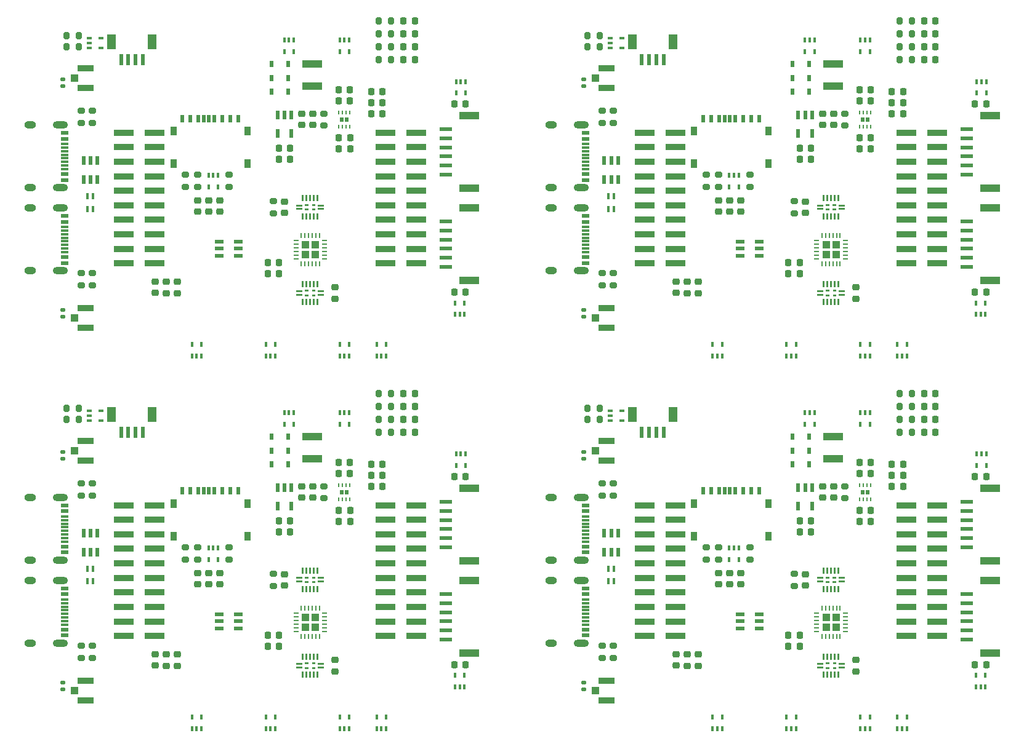
<source format=gtp>
%TF.GenerationSoftware,KiCad,Pcbnew,9.0.1*%
%TF.CreationDate,2025-04-10T15:07:41+01:00*%
%TF.ProjectId,SparkFun_GNSS_Flex_Breakout_panelized,53706172-6b46-4756-9e5f-474e53535f46,v01*%
%TF.SameCoordinates,Original*%
%TF.FileFunction,Paste,Top*%
%TF.FilePolarity,Positive*%
%FSLAX46Y46*%
G04 Gerber Fmt 4.6, Leading zero omitted, Abs format (unit mm)*
G04 Created by KiCad (PCBNEW 9.0.1) date 2025-04-10 15:07:41*
%MOMM*%
%LPD*%
G01*
G04 APERTURE LIST*
G04 Aperture macros list*
%AMRoundRect*
0 Rectangle with rounded corners*
0 $1 Rounding radius*
0 $2 $3 $4 $5 $6 $7 $8 $9 X,Y pos of 4 corners*
0 Add a 4 corners polygon primitive as box body*
4,1,4,$2,$3,$4,$5,$6,$7,$8,$9,$2,$3,0*
0 Add four circle primitives for the rounded corners*
1,1,$1+$1,$2,$3*
1,1,$1+$1,$4,$5*
1,1,$1+$1,$6,$7*
1,1,$1+$1,$8,$9*
0 Add four rect primitives between the rounded corners*
20,1,$1+$1,$2,$3,$4,$5,0*
20,1,$1+$1,$4,$5,$6,$7,0*
20,1,$1+$1,$6,$7,$8,$9,0*
20,1,$1+$1,$8,$9,$2,$3,0*%
G04 Aperture macros list end*
%ADD10C,0.000000*%
%ADD11RoundRect,0.250000X-0.295000X-0.295000X0.295000X-0.295000X0.295000X0.295000X-0.295000X0.295000X0*%
%ADD12RoundRect,0.056250X-0.315000X-0.056250X0.315000X-0.056250X0.315000X0.056250X-0.315000X0.056250X0*%
%ADD13RoundRect,0.056250X-0.056250X-0.315000X0.056250X-0.315000X0.056250X0.315000X-0.056250X0.315000X0*%
%ADD14RoundRect,0.225000X0.225000X0.250000X-0.225000X0.250000X-0.225000X-0.250000X0.225000X-0.250000X0*%
%ADD15R,0.300000X0.700000*%
%ADD16R,1.200000X0.550000*%
%ADD17R,0.550000X1.200000*%
%ADD18RoundRect,0.225000X-0.225000X-0.250000X0.225000X-0.250000X0.225000X0.250000X-0.225000X0.250000X0*%
%ADD19RoundRect,0.200000X0.200000X0.275000X-0.200000X0.275000X-0.200000X-0.275000X0.200000X-0.275000X0*%
%ADD20R,0.630000X0.830000*%
%ADD21R,2.750000X0.900000*%
%ADD22RoundRect,0.200000X-0.275000X0.200000X-0.275000X-0.200000X0.275000X-0.200000X0.275000X0.200000X0*%
%ADD23R,1.700000X0.600000*%
%ADD24R,2.700000X1.000000*%
%ADD25RoundRect,0.200000X-0.200000X-0.275000X0.200000X-0.275000X0.200000X0.275000X-0.200000X0.275000X0*%
%ADD26R,1.000000X0.300000*%
%ADD27R,1.000000X0.600000*%
%ADD28O,1.600000X1.000000*%
%ADD29O,2.100000X1.000000*%
%ADD30RoundRect,0.140000X0.170000X-0.140000X0.170000X0.140000X-0.170000X0.140000X-0.170000X-0.140000X0*%
%ADD31R,0.400000X0.900000*%
%ADD32RoundRect,0.225000X-0.250000X0.225000X-0.250000X-0.225000X0.250000X-0.225000X0.250000X0.225000X0*%
%ADD33RoundRect,0.218750X0.218750X0.256250X-0.218750X0.256250X-0.218750X-0.256250X0.218750X-0.256250X0*%
%ADD34RoundRect,0.225000X0.250000X-0.225000X0.250000X0.225000X-0.250000X0.225000X-0.250000X-0.225000X0*%
%ADD35R,2.800000X1.000000*%
%ADD36RoundRect,0.140000X-0.170000X0.140000X-0.170000X-0.140000X0.170000X-0.140000X0.170000X0.140000X0*%
%ADD37R,0.700000X0.300000*%
%ADD38RoundRect,0.200000X0.275000X-0.200000X0.275000X0.200000X-0.275000X0.200000X-0.275000X-0.200000X0*%
%ADD39R,0.270000X0.630000*%
%ADD40R,0.600000X1.550000*%
%ADD41R,1.200000X2.000000*%
%ADD42R,1.050000X1.000000*%
%ADD43R,2.200000X0.850000*%
%ADD44R,0.500000X1.000000*%
%ADD45R,0.950000X1.200000*%
G04 APERTURE END LIST*
D10*
%TO.C,U5*%
G36*
X38876000Y13144000D02*
G01*
X38626000Y13144000D01*
X38626000Y13994000D01*
X38876000Y13994000D01*
X38876000Y13144000D01*
G37*
G36*
X38676000Y12444000D02*
G01*
X37826000Y12444000D01*
X37826000Y12694000D01*
X38676000Y12694000D01*
X38676000Y12444000D01*
G37*
G36*
X38676000Y11944000D02*
G01*
X37826000Y11944000D01*
X37826000Y12194000D01*
X38676000Y12194000D01*
X38676000Y11944000D01*
G37*
G36*
X38876000Y10644000D02*
G01*
X38626000Y10644000D01*
X38626000Y11494000D01*
X38876000Y11494000D01*
X38876000Y10644000D01*
G37*
G36*
X39501000Y12519000D02*
G01*
X39051000Y12519000D01*
X39051000Y12769000D01*
X39501000Y12769000D01*
X39501000Y12519000D01*
G37*
G36*
X39501000Y11869000D02*
G01*
X39051000Y11869000D01*
X39051000Y12119000D01*
X39501000Y12119000D01*
X39501000Y11869000D01*
G37*
G36*
X39376000Y13144000D02*
G01*
X39126000Y13144000D01*
X39126000Y13994000D01*
X39376000Y13994000D01*
X39376000Y13144000D01*
G37*
G36*
X39376000Y10644000D02*
G01*
X39126000Y10644000D01*
X39126000Y11494000D01*
X39376000Y11494000D01*
X39376000Y10644000D01*
G37*
G36*
X39876000Y13144000D02*
G01*
X39626000Y13144000D01*
X39626000Y13994000D01*
X39876000Y13994000D01*
X39876000Y13144000D01*
G37*
G36*
X39876000Y10644000D02*
G01*
X39626000Y10644000D01*
X39626000Y11494000D01*
X39876000Y11494000D01*
X39876000Y10644000D01*
G37*
G36*
X40451000Y12519000D02*
G01*
X40001000Y12519000D01*
X40001000Y12769000D01*
X40451000Y12769000D01*
X40451000Y12519000D01*
G37*
G36*
X40451000Y11869000D02*
G01*
X40001000Y11869000D01*
X40001000Y12119000D01*
X40451000Y12119000D01*
X40451000Y11869000D01*
G37*
G36*
X40376000Y13144000D02*
G01*
X40126000Y13144000D01*
X40126000Y13994000D01*
X40376000Y13994000D01*
X40376000Y13144000D01*
G37*
G36*
X40376000Y10644000D02*
G01*
X40126000Y10644000D01*
X40126000Y11494000D01*
X40376000Y11494000D01*
X40376000Y10644000D01*
G37*
G36*
X40876000Y13144000D02*
G01*
X40626000Y13144000D01*
X40626000Y13994000D01*
X40876000Y13994000D01*
X40876000Y13144000D01*
G37*
G36*
X40876000Y10644000D02*
G01*
X40626000Y10644000D01*
X40626000Y11494000D01*
X40876000Y11494000D01*
X40876000Y10644000D01*
G37*
G36*
X41676000Y12444000D02*
G01*
X40826000Y12444000D01*
X40826000Y12694000D01*
X41676000Y12694000D01*
X41676000Y12444000D01*
G37*
G36*
X41676000Y11944000D02*
G01*
X40826000Y11944000D01*
X40826000Y12194000D01*
X41676000Y12194000D01*
X41676000Y11944000D01*
G37*
G36*
X110496000Y13144000D02*
G01*
X110246000Y13144000D01*
X110246000Y13994000D01*
X110496000Y13994000D01*
X110496000Y13144000D01*
G37*
G36*
X110296000Y12444000D02*
G01*
X109446000Y12444000D01*
X109446000Y12694000D01*
X110296000Y12694000D01*
X110296000Y12444000D01*
G37*
G36*
X110296000Y11944000D02*
G01*
X109446000Y11944000D01*
X109446000Y12194000D01*
X110296000Y12194000D01*
X110296000Y11944000D01*
G37*
G36*
X110496000Y10644000D02*
G01*
X110246000Y10644000D01*
X110246000Y11494000D01*
X110496000Y11494000D01*
X110496000Y10644000D01*
G37*
G36*
X111121000Y12519000D02*
G01*
X110671000Y12519000D01*
X110671000Y12769000D01*
X111121000Y12769000D01*
X111121000Y12519000D01*
G37*
G36*
X111121000Y11869000D02*
G01*
X110671000Y11869000D01*
X110671000Y12119000D01*
X111121000Y12119000D01*
X111121000Y11869000D01*
G37*
G36*
X110996000Y13144000D02*
G01*
X110746000Y13144000D01*
X110746000Y13994000D01*
X110996000Y13994000D01*
X110996000Y13144000D01*
G37*
G36*
X110996000Y10644000D02*
G01*
X110746000Y10644000D01*
X110746000Y11494000D01*
X110996000Y11494000D01*
X110996000Y10644000D01*
G37*
G36*
X111496000Y13144000D02*
G01*
X111246000Y13144000D01*
X111246000Y13994000D01*
X111496000Y13994000D01*
X111496000Y13144000D01*
G37*
G36*
X111496000Y10644000D02*
G01*
X111246000Y10644000D01*
X111246000Y11494000D01*
X111496000Y11494000D01*
X111496000Y10644000D01*
G37*
G36*
X112071000Y12519000D02*
G01*
X111621000Y12519000D01*
X111621000Y12769000D01*
X112071000Y12769000D01*
X112071000Y12519000D01*
G37*
G36*
X112071000Y11869000D02*
G01*
X111621000Y11869000D01*
X111621000Y12119000D01*
X112071000Y12119000D01*
X112071000Y11869000D01*
G37*
G36*
X111996000Y13144000D02*
G01*
X111746000Y13144000D01*
X111746000Y13994000D01*
X111996000Y13994000D01*
X111996000Y13144000D01*
G37*
G36*
X111996000Y10644000D02*
G01*
X111746000Y10644000D01*
X111746000Y11494000D01*
X111996000Y11494000D01*
X111996000Y10644000D01*
G37*
G36*
X112496000Y13144000D02*
G01*
X112246000Y13144000D01*
X112246000Y13994000D01*
X112496000Y13994000D01*
X112496000Y13144000D01*
G37*
G36*
X112496000Y10644000D02*
G01*
X112246000Y10644000D01*
X112246000Y11494000D01*
X112496000Y11494000D01*
X112496000Y10644000D01*
G37*
G36*
X113296000Y12444000D02*
G01*
X112446000Y12444000D01*
X112446000Y12694000D01*
X113296000Y12694000D01*
X113296000Y12444000D01*
G37*
G36*
X113296000Y11944000D02*
G01*
X112446000Y11944000D01*
X112446000Y12194000D01*
X113296000Y12194000D01*
X113296000Y11944000D01*
G37*
G36*
X110496000Y64444000D02*
G01*
X110246000Y64444000D01*
X110246000Y65294000D01*
X110496000Y65294000D01*
X110496000Y64444000D01*
G37*
G36*
X110296000Y63744000D02*
G01*
X109446000Y63744000D01*
X109446000Y63994000D01*
X110296000Y63994000D01*
X110296000Y63744000D01*
G37*
G36*
X110296000Y63244000D02*
G01*
X109446000Y63244000D01*
X109446000Y63494000D01*
X110296000Y63494000D01*
X110296000Y63244000D01*
G37*
G36*
X110496000Y61944000D02*
G01*
X110246000Y61944000D01*
X110246000Y62794000D01*
X110496000Y62794000D01*
X110496000Y61944000D01*
G37*
G36*
X111121000Y63819000D02*
G01*
X110671000Y63819000D01*
X110671000Y64069000D01*
X111121000Y64069000D01*
X111121000Y63819000D01*
G37*
G36*
X111121000Y63169000D02*
G01*
X110671000Y63169000D01*
X110671000Y63419000D01*
X111121000Y63419000D01*
X111121000Y63169000D01*
G37*
G36*
X110996000Y64444000D02*
G01*
X110746000Y64444000D01*
X110746000Y65294000D01*
X110996000Y65294000D01*
X110996000Y64444000D01*
G37*
G36*
X110996000Y61944000D02*
G01*
X110746000Y61944000D01*
X110746000Y62794000D01*
X110996000Y62794000D01*
X110996000Y61944000D01*
G37*
G36*
X111496000Y64444000D02*
G01*
X111246000Y64444000D01*
X111246000Y65294000D01*
X111496000Y65294000D01*
X111496000Y64444000D01*
G37*
G36*
X111496000Y61944000D02*
G01*
X111246000Y61944000D01*
X111246000Y62794000D01*
X111496000Y62794000D01*
X111496000Y61944000D01*
G37*
G36*
X112071000Y63819000D02*
G01*
X111621000Y63819000D01*
X111621000Y64069000D01*
X112071000Y64069000D01*
X112071000Y63819000D01*
G37*
G36*
X112071000Y63169000D02*
G01*
X111621000Y63169000D01*
X111621000Y63419000D01*
X112071000Y63419000D01*
X112071000Y63169000D01*
G37*
G36*
X111996000Y64444000D02*
G01*
X111746000Y64444000D01*
X111746000Y65294000D01*
X111996000Y65294000D01*
X111996000Y64444000D01*
G37*
G36*
X111996000Y61944000D02*
G01*
X111746000Y61944000D01*
X111746000Y62794000D01*
X111996000Y62794000D01*
X111996000Y61944000D01*
G37*
G36*
X112496000Y64444000D02*
G01*
X112246000Y64444000D01*
X112246000Y65294000D01*
X112496000Y65294000D01*
X112496000Y64444000D01*
G37*
G36*
X112496000Y61944000D02*
G01*
X112246000Y61944000D01*
X112246000Y62794000D01*
X112496000Y62794000D01*
X112496000Y61944000D01*
G37*
G36*
X113296000Y63744000D02*
G01*
X112446000Y63744000D01*
X112446000Y63994000D01*
X113296000Y63994000D01*
X113296000Y63744000D01*
G37*
G36*
X113296000Y63244000D02*
G01*
X112446000Y63244000D01*
X112446000Y63494000D01*
X113296000Y63494000D01*
X113296000Y63244000D01*
G37*
G36*
X38876000Y64444000D02*
G01*
X38626000Y64444000D01*
X38626000Y65294000D01*
X38876000Y65294000D01*
X38876000Y64444000D01*
G37*
G36*
X38676000Y63744000D02*
G01*
X37826000Y63744000D01*
X37826000Y63994000D01*
X38676000Y63994000D01*
X38676000Y63744000D01*
G37*
G36*
X38676000Y63244000D02*
G01*
X37826000Y63244000D01*
X37826000Y63494000D01*
X38676000Y63494000D01*
X38676000Y63244000D01*
G37*
G36*
X38876000Y61944000D02*
G01*
X38626000Y61944000D01*
X38626000Y62794000D01*
X38876000Y62794000D01*
X38876000Y61944000D01*
G37*
G36*
X39501000Y63819000D02*
G01*
X39051000Y63819000D01*
X39051000Y64069000D01*
X39501000Y64069000D01*
X39501000Y63819000D01*
G37*
G36*
X39501000Y63169000D02*
G01*
X39051000Y63169000D01*
X39051000Y63419000D01*
X39501000Y63419000D01*
X39501000Y63169000D01*
G37*
G36*
X39376000Y64444000D02*
G01*
X39126000Y64444000D01*
X39126000Y65294000D01*
X39376000Y65294000D01*
X39376000Y64444000D01*
G37*
G36*
X39376000Y61944000D02*
G01*
X39126000Y61944000D01*
X39126000Y62794000D01*
X39376000Y62794000D01*
X39376000Y61944000D01*
G37*
G36*
X39876000Y64444000D02*
G01*
X39626000Y64444000D01*
X39626000Y65294000D01*
X39876000Y65294000D01*
X39876000Y64444000D01*
G37*
G36*
X39876000Y61944000D02*
G01*
X39626000Y61944000D01*
X39626000Y62794000D01*
X39876000Y62794000D01*
X39876000Y61944000D01*
G37*
G36*
X40451000Y63819000D02*
G01*
X40001000Y63819000D01*
X40001000Y64069000D01*
X40451000Y64069000D01*
X40451000Y63819000D01*
G37*
G36*
X40451000Y63169000D02*
G01*
X40001000Y63169000D01*
X40001000Y63419000D01*
X40451000Y63419000D01*
X40451000Y63169000D01*
G37*
G36*
X40376000Y64444000D02*
G01*
X40126000Y64444000D01*
X40126000Y65294000D01*
X40376000Y65294000D01*
X40376000Y64444000D01*
G37*
G36*
X40376000Y61944000D02*
G01*
X40126000Y61944000D01*
X40126000Y62794000D01*
X40376000Y62794000D01*
X40376000Y61944000D01*
G37*
G36*
X40876000Y64444000D02*
G01*
X40626000Y64444000D01*
X40626000Y65294000D01*
X40876000Y65294000D01*
X40876000Y64444000D01*
G37*
G36*
X40876000Y61944000D02*
G01*
X40626000Y61944000D01*
X40626000Y62794000D01*
X40876000Y62794000D01*
X40876000Y61944000D01*
G37*
G36*
X41676000Y63744000D02*
G01*
X40826000Y63744000D01*
X40826000Y63994000D01*
X41676000Y63994000D01*
X41676000Y63744000D01*
G37*
G36*
X41676000Y63244000D02*
G01*
X40826000Y63244000D01*
X40826000Y63494000D01*
X41676000Y63494000D01*
X41676000Y63244000D01*
G37*
%TO.C,U3*%
G36*
X38660000Y24255000D02*
G01*
X37810000Y24255000D01*
X37810000Y24505000D01*
X38660000Y24505000D01*
X38660000Y24255000D01*
G37*
G36*
X38660000Y23755000D02*
G01*
X37810000Y23755000D01*
X37810000Y24005000D01*
X38660000Y24005000D01*
X38660000Y23755000D01*
G37*
G36*
X38860000Y24955000D02*
G01*
X38610000Y24955000D01*
X38610000Y25805000D01*
X38860000Y25805000D01*
X38860000Y24955000D01*
G37*
G36*
X38860000Y22455000D02*
G01*
X38610000Y22455000D01*
X38610000Y23305000D01*
X38860000Y23305000D01*
X38860000Y22455000D01*
G37*
G36*
X39360000Y24955000D02*
G01*
X39110000Y24955000D01*
X39110000Y25805000D01*
X39360000Y25805000D01*
X39360000Y24955000D01*
G37*
G36*
X39360000Y22455000D02*
G01*
X39110000Y22455000D01*
X39110000Y23305000D01*
X39360000Y23305000D01*
X39360000Y22455000D01*
G37*
G36*
X39485000Y24330000D02*
G01*
X39035000Y24330000D01*
X39035000Y24580000D01*
X39485000Y24580000D01*
X39485000Y24330000D01*
G37*
G36*
X39485000Y23680000D02*
G01*
X39035000Y23680000D01*
X39035000Y23930000D01*
X39485000Y23930000D01*
X39485000Y23680000D01*
G37*
G36*
X39860000Y24955000D02*
G01*
X39610000Y24955000D01*
X39610000Y25805000D01*
X39860000Y25805000D01*
X39860000Y24955000D01*
G37*
G36*
X39860000Y22455000D02*
G01*
X39610000Y22455000D01*
X39610000Y23305000D01*
X39860000Y23305000D01*
X39860000Y22455000D01*
G37*
G36*
X40360000Y24955000D02*
G01*
X40110000Y24955000D01*
X40110000Y25805000D01*
X40360000Y25805000D01*
X40360000Y24955000D01*
G37*
G36*
X40360000Y22455000D02*
G01*
X40110000Y22455000D01*
X40110000Y23305000D01*
X40360000Y23305000D01*
X40360000Y22455000D01*
G37*
G36*
X40435000Y24330000D02*
G01*
X39985000Y24330000D01*
X39985000Y24580000D01*
X40435000Y24580000D01*
X40435000Y24330000D01*
G37*
G36*
X40435000Y23680000D02*
G01*
X39985000Y23680000D01*
X39985000Y23930000D01*
X40435000Y23930000D01*
X40435000Y23680000D01*
G37*
G36*
X40860000Y24955000D02*
G01*
X40610000Y24955000D01*
X40610000Y25805000D01*
X40860000Y25805000D01*
X40860000Y24955000D01*
G37*
G36*
X41660000Y24255000D02*
G01*
X40810000Y24255000D01*
X40810000Y24505000D01*
X41660000Y24505000D01*
X41660000Y24255000D01*
G37*
G36*
X41660000Y23755000D02*
G01*
X40810000Y23755000D01*
X40810000Y24005000D01*
X41660000Y24005000D01*
X41660000Y23755000D01*
G37*
G36*
X40860000Y22455000D02*
G01*
X40610000Y22455000D01*
X40610000Y23305000D01*
X40860000Y23305000D01*
X40860000Y22455000D01*
G37*
G36*
X38660000Y75555000D02*
G01*
X37810000Y75555000D01*
X37810000Y75805000D01*
X38660000Y75805000D01*
X38660000Y75555000D01*
G37*
G36*
X38660000Y75055000D02*
G01*
X37810000Y75055000D01*
X37810000Y75305000D01*
X38660000Y75305000D01*
X38660000Y75055000D01*
G37*
G36*
X38860000Y76255000D02*
G01*
X38610000Y76255000D01*
X38610000Y77105000D01*
X38860000Y77105000D01*
X38860000Y76255000D01*
G37*
G36*
X38860000Y73755000D02*
G01*
X38610000Y73755000D01*
X38610000Y74605000D01*
X38860000Y74605000D01*
X38860000Y73755000D01*
G37*
G36*
X39360000Y76255000D02*
G01*
X39110000Y76255000D01*
X39110000Y77105000D01*
X39360000Y77105000D01*
X39360000Y76255000D01*
G37*
G36*
X39360000Y73755000D02*
G01*
X39110000Y73755000D01*
X39110000Y74605000D01*
X39360000Y74605000D01*
X39360000Y73755000D01*
G37*
G36*
X39485000Y75630000D02*
G01*
X39035000Y75630000D01*
X39035000Y75880000D01*
X39485000Y75880000D01*
X39485000Y75630000D01*
G37*
G36*
X39485000Y74980000D02*
G01*
X39035000Y74980000D01*
X39035000Y75230000D01*
X39485000Y75230000D01*
X39485000Y74980000D01*
G37*
G36*
X39860000Y76255000D02*
G01*
X39610000Y76255000D01*
X39610000Y77105000D01*
X39860000Y77105000D01*
X39860000Y76255000D01*
G37*
G36*
X39860000Y73755000D02*
G01*
X39610000Y73755000D01*
X39610000Y74605000D01*
X39860000Y74605000D01*
X39860000Y73755000D01*
G37*
G36*
X40360000Y76255000D02*
G01*
X40110000Y76255000D01*
X40110000Y77105000D01*
X40360000Y77105000D01*
X40360000Y76255000D01*
G37*
G36*
X40360000Y73755000D02*
G01*
X40110000Y73755000D01*
X40110000Y74605000D01*
X40360000Y74605000D01*
X40360000Y73755000D01*
G37*
G36*
X40435000Y75630000D02*
G01*
X39985000Y75630000D01*
X39985000Y75880000D01*
X40435000Y75880000D01*
X40435000Y75630000D01*
G37*
G36*
X40435000Y74980000D02*
G01*
X39985000Y74980000D01*
X39985000Y75230000D01*
X40435000Y75230000D01*
X40435000Y74980000D01*
G37*
G36*
X40860000Y76255000D02*
G01*
X40610000Y76255000D01*
X40610000Y77105000D01*
X40860000Y77105000D01*
X40860000Y76255000D01*
G37*
G36*
X41660000Y75555000D02*
G01*
X40810000Y75555000D01*
X40810000Y75805000D01*
X41660000Y75805000D01*
X41660000Y75555000D01*
G37*
G36*
X41660000Y75055000D02*
G01*
X40810000Y75055000D01*
X40810000Y75305000D01*
X41660000Y75305000D01*
X41660000Y75055000D01*
G37*
G36*
X40860000Y73755000D02*
G01*
X40610000Y73755000D01*
X40610000Y74605000D01*
X40860000Y74605000D01*
X40860000Y73755000D01*
G37*
G36*
X110280000Y75555000D02*
G01*
X109430000Y75555000D01*
X109430000Y75805000D01*
X110280000Y75805000D01*
X110280000Y75555000D01*
G37*
G36*
X110280000Y75055000D02*
G01*
X109430000Y75055000D01*
X109430000Y75305000D01*
X110280000Y75305000D01*
X110280000Y75055000D01*
G37*
G36*
X110480000Y76255000D02*
G01*
X110230000Y76255000D01*
X110230000Y77105000D01*
X110480000Y77105000D01*
X110480000Y76255000D01*
G37*
G36*
X110480000Y73755000D02*
G01*
X110230000Y73755000D01*
X110230000Y74605000D01*
X110480000Y74605000D01*
X110480000Y73755000D01*
G37*
G36*
X110980000Y76255000D02*
G01*
X110730000Y76255000D01*
X110730000Y77105000D01*
X110980000Y77105000D01*
X110980000Y76255000D01*
G37*
G36*
X110980000Y73755000D02*
G01*
X110730000Y73755000D01*
X110730000Y74605000D01*
X110980000Y74605000D01*
X110980000Y73755000D01*
G37*
G36*
X111105000Y75630000D02*
G01*
X110655000Y75630000D01*
X110655000Y75880000D01*
X111105000Y75880000D01*
X111105000Y75630000D01*
G37*
G36*
X111105000Y74980000D02*
G01*
X110655000Y74980000D01*
X110655000Y75230000D01*
X111105000Y75230000D01*
X111105000Y74980000D01*
G37*
G36*
X111480000Y76255000D02*
G01*
X111230000Y76255000D01*
X111230000Y77105000D01*
X111480000Y77105000D01*
X111480000Y76255000D01*
G37*
G36*
X111480000Y73755000D02*
G01*
X111230000Y73755000D01*
X111230000Y74605000D01*
X111480000Y74605000D01*
X111480000Y73755000D01*
G37*
G36*
X111980000Y76255000D02*
G01*
X111730000Y76255000D01*
X111730000Y77105000D01*
X111980000Y77105000D01*
X111980000Y76255000D01*
G37*
G36*
X111980000Y73755000D02*
G01*
X111730000Y73755000D01*
X111730000Y74605000D01*
X111980000Y74605000D01*
X111980000Y73755000D01*
G37*
G36*
X112055000Y75630000D02*
G01*
X111605000Y75630000D01*
X111605000Y75880000D01*
X112055000Y75880000D01*
X112055000Y75630000D01*
G37*
G36*
X112055000Y74980000D02*
G01*
X111605000Y74980000D01*
X111605000Y75230000D01*
X112055000Y75230000D01*
X112055000Y74980000D01*
G37*
G36*
X112480000Y76255000D02*
G01*
X112230000Y76255000D01*
X112230000Y77105000D01*
X112480000Y77105000D01*
X112480000Y76255000D01*
G37*
G36*
X113280000Y75555000D02*
G01*
X112430000Y75555000D01*
X112430000Y75805000D01*
X113280000Y75805000D01*
X113280000Y75555000D01*
G37*
G36*
X113280000Y75055000D02*
G01*
X112430000Y75055000D01*
X112430000Y75305000D01*
X113280000Y75305000D01*
X113280000Y75055000D01*
G37*
G36*
X112480000Y73755000D02*
G01*
X112230000Y73755000D01*
X112230000Y74605000D01*
X112480000Y74605000D01*
X112480000Y73755000D01*
G37*
G36*
X110280000Y24255000D02*
G01*
X109430000Y24255000D01*
X109430000Y24505000D01*
X110280000Y24505000D01*
X110280000Y24255000D01*
G37*
G36*
X110280000Y23755000D02*
G01*
X109430000Y23755000D01*
X109430000Y24005000D01*
X110280000Y24005000D01*
X110280000Y23755000D01*
G37*
G36*
X110480000Y24955000D02*
G01*
X110230000Y24955000D01*
X110230000Y25805000D01*
X110480000Y25805000D01*
X110480000Y24955000D01*
G37*
G36*
X110480000Y22455000D02*
G01*
X110230000Y22455000D01*
X110230000Y23305000D01*
X110480000Y23305000D01*
X110480000Y22455000D01*
G37*
G36*
X110980000Y24955000D02*
G01*
X110730000Y24955000D01*
X110730000Y25805000D01*
X110980000Y25805000D01*
X110980000Y24955000D01*
G37*
G36*
X110980000Y22455000D02*
G01*
X110730000Y22455000D01*
X110730000Y23305000D01*
X110980000Y23305000D01*
X110980000Y22455000D01*
G37*
G36*
X111105000Y24330000D02*
G01*
X110655000Y24330000D01*
X110655000Y24580000D01*
X111105000Y24580000D01*
X111105000Y24330000D01*
G37*
G36*
X111105000Y23680000D02*
G01*
X110655000Y23680000D01*
X110655000Y23930000D01*
X111105000Y23930000D01*
X111105000Y23680000D01*
G37*
G36*
X111480000Y24955000D02*
G01*
X111230000Y24955000D01*
X111230000Y25805000D01*
X111480000Y25805000D01*
X111480000Y24955000D01*
G37*
G36*
X111480000Y22455000D02*
G01*
X111230000Y22455000D01*
X111230000Y23305000D01*
X111480000Y23305000D01*
X111480000Y22455000D01*
G37*
G36*
X111980000Y24955000D02*
G01*
X111730000Y24955000D01*
X111730000Y25805000D01*
X111980000Y25805000D01*
X111980000Y24955000D01*
G37*
G36*
X111980000Y22455000D02*
G01*
X111730000Y22455000D01*
X111730000Y23305000D01*
X111980000Y23305000D01*
X111980000Y22455000D01*
G37*
G36*
X112055000Y24330000D02*
G01*
X111605000Y24330000D01*
X111605000Y24580000D01*
X112055000Y24580000D01*
X112055000Y24330000D01*
G37*
G36*
X112055000Y23680000D02*
G01*
X111605000Y23680000D01*
X111605000Y23930000D01*
X112055000Y23930000D01*
X112055000Y23680000D01*
G37*
G36*
X112480000Y24955000D02*
G01*
X112230000Y24955000D01*
X112230000Y25805000D01*
X112480000Y25805000D01*
X112480000Y24955000D01*
G37*
G36*
X113280000Y24255000D02*
G01*
X112430000Y24255000D01*
X112430000Y24505000D01*
X113280000Y24505000D01*
X113280000Y24255000D01*
G37*
G36*
X113280000Y23755000D02*
G01*
X112430000Y23755000D01*
X112430000Y24005000D01*
X113280000Y24005000D01*
X113280000Y23755000D01*
G37*
G36*
X112480000Y22455000D02*
G01*
X112230000Y22455000D01*
X112230000Y23305000D01*
X112480000Y23305000D01*
X112480000Y22455000D01*
G37*
%TO.C,U4*%
G36*
X44360000Y35875000D02*
G01*
X43860000Y35875000D01*
X43860000Y36515000D01*
X44360000Y36515000D01*
X44360000Y35875000D01*
G37*
G36*
X45040000Y35875000D02*
G01*
X44540000Y35875000D01*
X44540000Y36515000D01*
X45040000Y36515000D01*
X45040000Y35875000D01*
G37*
G36*
X115980000Y87175000D02*
G01*
X115480000Y87175000D01*
X115480000Y87815000D01*
X115980000Y87815000D01*
X115980000Y87175000D01*
G37*
G36*
X116660000Y87175000D02*
G01*
X116160000Y87175000D01*
X116160000Y87815000D01*
X116660000Y87815000D01*
X116660000Y87175000D01*
G37*
G36*
X115980000Y35875000D02*
G01*
X115480000Y35875000D01*
X115480000Y36515000D01*
X115980000Y36515000D01*
X115980000Y35875000D01*
G37*
G36*
X116660000Y35875000D02*
G01*
X116160000Y35875000D01*
X116160000Y36515000D01*
X116660000Y36515000D01*
X116660000Y35875000D01*
G37*
G36*
X44360000Y87175000D02*
G01*
X43860000Y87175000D01*
X43860000Y87815000D01*
X44360000Y87815000D01*
X44360000Y87175000D01*
G37*
G36*
X45040000Y87175000D02*
G01*
X44540000Y87175000D01*
X44540000Y87815000D01*
X45040000Y87815000D01*
X45040000Y87175000D01*
G37*
%TD*%
D11*
%TO.C,U2*%
X110696000Y70263000D03*
X110696000Y68913000D03*
X112046000Y70263000D03*
X112046000Y68913000D03*
D12*
X109408500Y70838000D03*
X109408500Y70338000D03*
X109408500Y69838000D03*
X109408500Y69338000D03*
X109408500Y68838000D03*
X109408500Y68338000D03*
D13*
X110121000Y67625500D03*
X110621000Y67625500D03*
X111121000Y67625500D03*
X111621000Y67625500D03*
X112121000Y67625500D03*
X112621000Y67625500D03*
D12*
X113333500Y68338000D03*
X113333500Y68838000D03*
X113333500Y69338000D03*
X113333500Y69838000D03*
X113333500Y70338000D03*
X113333500Y70838000D03*
D13*
X112621000Y71550500D03*
X112121000Y71550500D03*
X111621000Y71550500D03*
X111121000Y71550500D03*
X110621000Y71550500D03*
X110121000Y71550500D03*
%TD*%
D11*
%TO.C,U2*%
X39076000Y18963000D03*
X39076000Y17613000D03*
X40426000Y18963000D03*
X40426000Y17613000D03*
D12*
X37788500Y19538000D03*
X37788500Y19038000D03*
X37788500Y18538000D03*
X37788500Y18038000D03*
X37788500Y17538000D03*
X37788500Y17038000D03*
D13*
X38501000Y16325500D03*
X39001000Y16325500D03*
X39501000Y16325500D03*
X40001000Y16325500D03*
X40501000Y16325500D03*
X41001000Y16325500D03*
D12*
X41713500Y17038000D03*
X41713500Y17538000D03*
X41713500Y18038000D03*
X41713500Y18538000D03*
X41713500Y19038000D03*
X41713500Y19538000D03*
D13*
X41001000Y20250500D03*
X40501000Y20250500D03*
X40001000Y20250500D03*
X39501000Y20250500D03*
X39001000Y20250500D03*
X38501000Y20250500D03*
%TD*%
D11*
%TO.C,U2*%
X110696000Y18963000D03*
X110696000Y17613000D03*
X112046000Y18963000D03*
X112046000Y17613000D03*
D12*
X109408500Y19538000D03*
X109408500Y19038000D03*
X109408500Y18538000D03*
X109408500Y18038000D03*
X109408500Y17538000D03*
X109408500Y17038000D03*
D13*
X110121000Y16325500D03*
X110621000Y16325500D03*
X111121000Y16325500D03*
X111621000Y16325500D03*
X112121000Y16325500D03*
X112621000Y16325500D03*
D12*
X113333500Y17038000D03*
X113333500Y17538000D03*
X113333500Y18038000D03*
X113333500Y18538000D03*
X113333500Y19038000D03*
X113333500Y19538000D03*
D13*
X112621000Y20250500D03*
X112121000Y20250500D03*
X111621000Y20250500D03*
X111121000Y20250500D03*
X110621000Y20250500D03*
X110121000Y20250500D03*
%TD*%
D11*
%TO.C,U2*%
X39076000Y70263000D03*
X39076000Y68913000D03*
X40426000Y70263000D03*
X40426000Y68913000D03*
D12*
X37788500Y70838000D03*
X37788500Y70338000D03*
X37788500Y69838000D03*
X37788500Y69338000D03*
X37788500Y68838000D03*
X37788500Y68338000D03*
D13*
X38501000Y67625500D03*
X39001000Y67625500D03*
X39501000Y67625500D03*
X40001000Y67625500D03*
X40501000Y67625500D03*
X41001000Y67625500D03*
D12*
X41713500Y68338000D03*
X41713500Y68838000D03*
X41713500Y69338000D03*
X41713500Y69838000D03*
X41713500Y70338000D03*
X41713500Y70838000D03*
D13*
X41001000Y71550500D03*
X40501000Y71550500D03*
X40001000Y71550500D03*
X39501000Y71550500D03*
X39001000Y71550500D03*
X38501000Y71550500D03*
%TD*%
D14*
%TO.C,C22*%
X36983000Y30734000D03*
X35433000Y30734000D03*
%TD*%
%TO.C,C22*%
X108603000Y30734000D03*
X107053000Y30734000D03*
%TD*%
%TO.C,C22*%
X36983000Y82034000D03*
X35433000Y82034000D03*
%TD*%
%TO.C,C22*%
X108603000Y82034000D03*
X107053000Y82034000D03*
%TD*%
D15*
%TO.C,D7*%
X45100000Y47155000D03*
X44450000Y47155000D03*
X43800000Y47155000D03*
X43800000Y45555000D03*
X45100000Y45555000D03*
%TD*%
%TO.C,D7*%
X116720000Y98455000D03*
X116070000Y98455000D03*
X115420000Y98455000D03*
X115420000Y96855000D03*
X116720000Y96855000D03*
%TD*%
%TO.C,D7*%
X116720000Y47155000D03*
X116070000Y47155000D03*
X115420000Y47155000D03*
X115420000Y45555000D03*
X116720000Y45555000D03*
%TD*%
%TO.C,D7*%
X45100000Y98455000D03*
X44450000Y98455000D03*
X43800000Y98455000D03*
X43800000Y96855000D03*
X45100000Y96855000D03*
%TD*%
D16*
%TO.C,D17*%
X29875100Y17465000D03*
X29875100Y18415000D03*
X29875100Y19365000D03*
X27274900Y19365000D03*
X27275000Y18415000D03*
X27274900Y17465000D03*
%TD*%
%TO.C,D17*%
X101495100Y17465000D03*
X101495100Y18415000D03*
X101495100Y19365000D03*
X98894900Y19365000D03*
X98895000Y18415000D03*
X98894900Y17465000D03*
%TD*%
%TO.C,D17*%
X29875100Y68765000D03*
X29875100Y69715000D03*
X29875100Y70665000D03*
X27274900Y70665000D03*
X27275000Y69715000D03*
X27274900Y68765000D03*
%TD*%
%TO.C,D17*%
X101495100Y68765000D03*
X101495100Y69715000D03*
X101495100Y70665000D03*
X98894900Y70665000D03*
X98895000Y69715000D03*
X98894900Y68765000D03*
%TD*%
D17*
%TO.C,U1*%
X37150000Y36860100D03*
X36200000Y36860100D03*
X35250000Y36860100D03*
X35250000Y34259900D03*
X37150000Y34259900D03*
%TD*%
%TO.C,U1*%
X108770000Y36860100D03*
X107820000Y36860100D03*
X106870000Y36860100D03*
X106870000Y34259900D03*
X108770000Y34259900D03*
%TD*%
%TO.C,U1*%
X37150000Y88160100D03*
X36200000Y88160100D03*
X35250000Y88160100D03*
X35250000Y85559900D03*
X37150000Y85559900D03*
%TD*%
%TO.C,U1*%
X108770000Y88160100D03*
X107820000Y88160100D03*
X106870000Y88160100D03*
X106870000Y85559900D03*
X108770000Y85559900D03*
%TD*%
D15*
%TO.C,D13*%
X23480000Y3645000D03*
X24130000Y3645000D03*
X24780000Y3645000D03*
X24780000Y5245000D03*
X23480000Y5245000D03*
%TD*%
%TO.C,D13*%
X95100000Y54945000D03*
X95750000Y54945000D03*
X96400000Y54945000D03*
X96400000Y56545000D03*
X95100000Y56545000D03*
%TD*%
%TO.C,D13*%
X95100000Y3645000D03*
X95750000Y3645000D03*
X96400000Y3645000D03*
X96400000Y5245000D03*
X95100000Y5245000D03*
%TD*%
%TO.C,D13*%
X23480000Y54945000D03*
X24130000Y54945000D03*
X24780000Y54945000D03*
X24780000Y56545000D03*
X23480000Y56545000D03*
%TD*%
D18*
%TO.C,C17*%
X43688000Y33655000D03*
X45238000Y33655000D03*
%TD*%
%TO.C,C17*%
X43688000Y84955000D03*
X45238000Y84955000D03*
%TD*%
%TO.C,C17*%
X115308000Y84955000D03*
X116858000Y84955000D03*
%TD*%
%TO.C,C17*%
X115308000Y33655000D03*
X116858000Y33655000D03*
%TD*%
D14*
%TO.C,C1*%
X49670000Y40005000D03*
X48120000Y40005000D03*
%TD*%
%TO.C,C1*%
X121290000Y91305000D03*
X119740000Y91305000D03*
%TD*%
%TO.C,C1*%
X49670000Y91305000D03*
X48120000Y91305000D03*
%TD*%
%TO.C,C1*%
X121290000Y40005000D03*
X119740000Y40005000D03*
%TD*%
D15*
%TO.C,D1*%
X27066000Y28550000D03*
X26416000Y28550000D03*
X25766000Y28550000D03*
X25766000Y26950000D03*
X27066000Y26950000D03*
%TD*%
%TO.C,D1*%
X98686000Y79850000D03*
X98036000Y79850000D03*
X97386000Y79850000D03*
X97386000Y78250000D03*
X98686000Y78250000D03*
%TD*%
%TO.C,D1*%
X98686000Y28550000D03*
X98036000Y28550000D03*
X97386000Y28550000D03*
X97386000Y26950000D03*
X98686000Y26950000D03*
%TD*%
%TO.C,D1*%
X27066000Y79850000D03*
X26416000Y79850000D03*
X25766000Y79850000D03*
X25766000Y78250000D03*
X27066000Y78250000D03*
%TD*%
D19*
%TO.C,R9*%
X7937000Y46228000D03*
X6287000Y46228000D03*
%TD*%
%TO.C,R9*%
X79557000Y97528000D03*
X77907000Y97528000D03*
%TD*%
%TO.C,R9*%
X79557000Y46228000D03*
X77907000Y46228000D03*
%TD*%
%TO.C,R9*%
X7937000Y97528000D03*
X6287000Y97528000D03*
%TD*%
D20*
%TO.C,D19*%
X36710000Y43815000D03*
X34410000Y43815000D03*
%TD*%
%TO.C,D19*%
X36710000Y95115000D03*
X34410000Y95115000D03*
%TD*%
%TO.C,D19*%
X108330000Y95115000D03*
X106030000Y95115000D03*
%TD*%
%TO.C,D19*%
X108330000Y43815000D03*
X106030000Y43815000D03*
%TD*%
D21*
%TO.C,J12*%
X50125000Y34400000D03*
X54375000Y34400000D03*
X50125000Y32400000D03*
X54375000Y32400000D03*
X50125000Y30400000D03*
X54375000Y30400000D03*
X50125000Y28400000D03*
X54375000Y28400000D03*
X50125000Y26400000D03*
X54375000Y26400000D03*
X50125000Y24400000D03*
X54375000Y24400000D03*
X50125000Y22400000D03*
X54375000Y22400000D03*
X50125000Y20400000D03*
X54375000Y20400000D03*
X50125000Y18400000D03*
X54375000Y18400000D03*
X50125000Y16400000D03*
X54375000Y16400000D03*
%TD*%
%TO.C,J12*%
X50125000Y85700000D03*
X54375000Y85700000D03*
X50125000Y83700000D03*
X54375000Y83700000D03*
X50125000Y81700000D03*
X54375000Y81700000D03*
X50125000Y79700000D03*
X54375000Y79700000D03*
X50125000Y77700000D03*
X54375000Y77700000D03*
X50125000Y75700000D03*
X54375000Y75700000D03*
X50125000Y73700000D03*
X54375000Y73700000D03*
X50125000Y71700000D03*
X54375000Y71700000D03*
X50125000Y69700000D03*
X54375000Y69700000D03*
X50125000Y67700000D03*
X54375000Y67700000D03*
%TD*%
%TO.C,J12*%
X121745000Y85700000D03*
X125995000Y85700000D03*
X121745000Y83700000D03*
X125995000Y83700000D03*
X121745000Y81700000D03*
X125995000Y81700000D03*
X121745000Y79700000D03*
X125995000Y79700000D03*
X121745000Y77700000D03*
X125995000Y77700000D03*
X121745000Y75700000D03*
X125995000Y75700000D03*
X121745000Y73700000D03*
X125995000Y73700000D03*
X121745000Y71700000D03*
X125995000Y71700000D03*
X121745000Y69700000D03*
X125995000Y69700000D03*
X121745000Y67700000D03*
X125995000Y67700000D03*
%TD*%
%TO.C,J12*%
X121745000Y34400000D03*
X125995000Y34400000D03*
X121745000Y32400000D03*
X125995000Y32400000D03*
X121745000Y30400000D03*
X125995000Y30400000D03*
X121745000Y28400000D03*
X125995000Y28400000D03*
X121745000Y26400000D03*
X125995000Y26400000D03*
X121745000Y24400000D03*
X125995000Y24400000D03*
X121745000Y22400000D03*
X125995000Y22400000D03*
X121745000Y20400000D03*
X125995000Y20400000D03*
X121745000Y18400000D03*
X125995000Y18400000D03*
X121745000Y16400000D03*
X125995000Y16400000D03*
%TD*%
D22*
%TO.C,R4*%
X22606000Y28575000D03*
X22606000Y26925000D03*
%TD*%
%TO.C,R4*%
X22606000Y79875000D03*
X22606000Y78225000D03*
%TD*%
%TO.C,R4*%
X94226000Y28575000D03*
X94226000Y26925000D03*
%TD*%
%TO.C,R4*%
X94226000Y79875000D03*
X94226000Y78225000D03*
%TD*%
%TO.C,R20*%
X8255000Y37401000D03*
X8255000Y35751000D03*
%TD*%
%TO.C,R20*%
X79875000Y37401000D03*
X79875000Y35751000D03*
%TD*%
%TO.C,R20*%
X8255000Y88701000D03*
X8255000Y87051000D03*
%TD*%
%TO.C,R20*%
X79875000Y88701000D03*
X79875000Y87051000D03*
%TD*%
D23*
%TO.C,J5*%
X58420000Y15925000D03*
X58420000Y17175000D03*
X58420000Y18425000D03*
X58420000Y19675000D03*
X58420000Y20925000D03*
X58420000Y22175000D03*
D24*
X61620000Y14050000D03*
X61620000Y24050000D03*
%TD*%
D23*
%TO.C,J5*%
X130040000Y15925000D03*
X130040000Y17175000D03*
X130040000Y18425000D03*
X130040000Y19675000D03*
X130040000Y20925000D03*
X130040000Y22175000D03*
D24*
X133240000Y14050000D03*
X133240000Y24050000D03*
%TD*%
D23*
%TO.C,J5*%
X58420000Y67225000D03*
X58420000Y68475000D03*
X58420000Y69725000D03*
X58420000Y70975000D03*
X58420000Y72225000D03*
X58420000Y73475000D03*
D24*
X61620000Y65350000D03*
X61620000Y75350000D03*
%TD*%
D23*
%TO.C,J5*%
X130040000Y67225000D03*
X130040000Y68475000D03*
X130040000Y69725000D03*
X130040000Y70975000D03*
X130040000Y72225000D03*
X130040000Y73475000D03*
D24*
X133240000Y65350000D03*
X133240000Y75350000D03*
%TD*%
D22*
%TO.C,R1*%
X28575000Y28575000D03*
X28575000Y26925000D03*
%TD*%
%TO.C,R1*%
X100195000Y79875000D03*
X100195000Y78225000D03*
%TD*%
%TO.C,R1*%
X28575000Y79875000D03*
X28575000Y78225000D03*
%TD*%
%TO.C,R1*%
X100195000Y28575000D03*
X100195000Y26925000D03*
%TD*%
D25*
%TO.C,R8*%
X6287000Y47752000D03*
X7937000Y47752000D03*
%TD*%
%TO.C,R8*%
X6287000Y99052000D03*
X7937000Y99052000D03*
%TD*%
%TO.C,R8*%
X77907000Y99052000D03*
X79557000Y99052000D03*
%TD*%
%TO.C,R8*%
X77907000Y47752000D03*
X79557000Y47752000D03*
%TD*%
D19*
%TO.C,R12*%
X50863000Y48006000D03*
X49213000Y48006000D03*
%TD*%
%TO.C,R12*%
X50863000Y99306000D03*
X49213000Y99306000D03*
%TD*%
%TO.C,R12*%
X122483000Y48006000D03*
X120833000Y48006000D03*
%TD*%
%TO.C,R12*%
X122483000Y99306000D03*
X120833000Y99306000D03*
%TD*%
D26*
%TO.C,J10*%
X6010000Y32365000D03*
X6010000Y31365000D03*
X6010000Y30865000D03*
X6010000Y29865000D03*
X6010000Y29365000D03*
X6010000Y30365000D03*
X6010000Y31865000D03*
X6010000Y32865000D03*
D27*
X6010000Y34340000D03*
X6010000Y27890000D03*
D28*
X1255000Y35433000D03*
D29*
X5435000Y35433000D03*
X5435000Y26797000D03*
D28*
X1255000Y26797000D03*
D27*
X6010000Y33565000D03*
X6010000Y28665000D03*
%TD*%
D26*
%TO.C,J10*%
X6010000Y83665000D03*
X6010000Y82665000D03*
X6010000Y82165000D03*
X6010000Y81165000D03*
X6010000Y80665000D03*
X6010000Y81665000D03*
X6010000Y83165000D03*
X6010000Y84165000D03*
D27*
X6010000Y85640000D03*
X6010000Y79190000D03*
D28*
X1255000Y86733000D03*
D29*
X5435000Y86733000D03*
X5435000Y78097000D03*
D28*
X1255000Y78097000D03*
D27*
X6010000Y84865000D03*
X6010000Y79965000D03*
%TD*%
D26*
%TO.C,J10*%
X77630000Y32365000D03*
X77630000Y31365000D03*
X77630000Y30865000D03*
X77630000Y29865000D03*
X77630000Y29365000D03*
X77630000Y30365000D03*
X77630000Y31865000D03*
X77630000Y32865000D03*
D27*
X77630000Y34340000D03*
X77630000Y27890000D03*
D28*
X72875000Y35433000D03*
D29*
X77055000Y35433000D03*
X77055000Y26797000D03*
D28*
X72875000Y26797000D03*
D27*
X77630000Y33565000D03*
X77630000Y28665000D03*
%TD*%
D26*
%TO.C,J10*%
X77630000Y83665000D03*
X77630000Y82665000D03*
X77630000Y82165000D03*
X77630000Y81165000D03*
X77630000Y80665000D03*
X77630000Y81665000D03*
X77630000Y83165000D03*
X77630000Y84165000D03*
D27*
X77630000Y85640000D03*
X77630000Y79190000D03*
D28*
X72875000Y86733000D03*
D29*
X77055000Y86733000D03*
X77055000Y78097000D03*
D28*
X72875000Y78097000D03*
D27*
X77630000Y84865000D03*
X77630000Y79965000D03*
%TD*%
D14*
%TO.C,C21*%
X36983000Y32258000D03*
X35433000Y32258000D03*
%TD*%
%TO.C,C21*%
X36983000Y83558000D03*
X35433000Y83558000D03*
%TD*%
%TO.C,C21*%
X108603000Y83558000D03*
X107053000Y83558000D03*
%TD*%
%TO.C,C21*%
X108603000Y32258000D03*
X107053000Y32258000D03*
%TD*%
D19*
%TO.C,R7*%
X50863000Y46228000D03*
X49213000Y46228000D03*
%TD*%
%TO.C,R7*%
X122483000Y46228000D03*
X120833000Y46228000D03*
%TD*%
%TO.C,R7*%
X50863000Y97528000D03*
X49213000Y97528000D03*
%TD*%
%TO.C,R7*%
X122483000Y97528000D03*
X120833000Y97528000D03*
%TD*%
D30*
%TO.C,D9*%
X5715000Y40795000D03*
X5715000Y41755000D03*
%TD*%
%TO.C,D9*%
X5715000Y92095000D03*
X5715000Y93055000D03*
%TD*%
%TO.C,D9*%
X77335000Y92095000D03*
X77335000Y93055000D03*
%TD*%
%TO.C,D9*%
X77335000Y40795000D03*
X77335000Y41755000D03*
%TD*%
D15*
%TO.C,D12*%
X33640000Y3645000D03*
X34290000Y3645000D03*
X34940000Y3645000D03*
X34940000Y5245000D03*
X33640000Y5245000D03*
%TD*%
%TO.C,D12*%
X33640000Y54945000D03*
X34290000Y54945000D03*
X34940000Y54945000D03*
X34940000Y56545000D03*
X33640000Y56545000D03*
%TD*%
%TO.C,D12*%
X105260000Y3645000D03*
X105910000Y3645000D03*
X106560000Y3645000D03*
X106560000Y5245000D03*
X105260000Y5245000D03*
%TD*%
%TO.C,D12*%
X105260000Y54945000D03*
X105910000Y54945000D03*
X106560000Y54945000D03*
X106560000Y56545000D03*
X105260000Y56545000D03*
%TD*%
D22*
%TO.C,R2*%
X24257000Y28575000D03*
X24257000Y26925000D03*
%TD*%
%TO.C,R2*%
X24257000Y79875000D03*
X24257000Y78225000D03*
%TD*%
%TO.C,R2*%
X95877000Y79875000D03*
X95877000Y78225000D03*
%TD*%
%TO.C,R2*%
X95877000Y28575000D03*
X95877000Y26925000D03*
%TD*%
D31*
%TO.C,TR2*%
X9925000Y25615000D03*
X9925000Y23915000D03*
X9125000Y25615000D03*
X9125000Y23915000D03*
%TD*%
%TO.C,TR2*%
X9925000Y76915000D03*
X9925000Y75215000D03*
X9125000Y76915000D03*
X9125000Y75215000D03*
%TD*%
%TO.C,TR2*%
X81545000Y76915000D03*
X81545000Y75215000D03*
X80745000Y76915000D03*
X80745000Y75215000D03*
%TD*%
%TO.C,TR2*%
X81545000Y25615000D03*
X81545000Y23915000D03*
X80745000Y25615000D03*
X80745000Y23915000D03*
%TD*%
D32*
%TO.C,C8*%
X24257000Y25045000D03*
X24257000Y23495000D03*
%TD*%
%TO.C,C8*%
X95877000Y76345000D03*
X95877000Y74795000D03*
%TD*%
%TO.C,C8*%
X95877000Y25045000D03*
X95877000Y23495000D03*
%TD*%
%TO.C,C8*%
X24257000Y76345000D03*
X24257000Y74795000D03*
%TD*%
D20*
%TO.C,D22*%
X36710000Y40005000D03*
X34410000Y40005000D03*
%TD*%
%TO.C,D22*%
X108330000Y91305000D03*
X106030000Y91305000D03*
%TD*%
%TO.C,D22*%
X36710000Y91305000D03*
X34410000Y91305000D03*
%TD*%
%TO.C,D22*%
X108330000Y40005000D03*
X106030000Y40005000D03*
%TD*%
D21*
%TO.C,J11*%
X14125000Y34400000D03*
X18375000Y34400000D03*
X14125000Y32400000D03*
X18375000Y32400000D03*
X14125000Y30400000D03*
X18375000Y30400000D03*
X14125000Y28400000D03*
X18375000Y28400000D03*
X14125000Y26400000D03*
X18375000Y26400000D03*
X14125000Y24400000D03*
X18375000Y24400000D03*
X14125000Y22400000D03*
X18375000Y22400000D03*
X14125000Y20400000D03*
X18375000Y20400000D03*
X14125000Y18400000D03*
X18375000Y18400000D03*
X14125000Y16400000D03*
X18375000Y16400000D03*
%TD*%
%TO.C,J11*%
X85745000Y85700000D03*
X89995000Y85700000D03*
X85745000Y83700000D03*
X89995000Y83700000D03*
X85745000Y81700000D03*
X89995000Y81700000D03*
X85745000Y79700000D03*
X89995000Y79700000D03*
X85745000Y77700000D03*
X89995000Y77700000D03*
X85745000Y75700000D03*
X89995000Y75700000D03*
X85745000Y73700000D03*
X89995000Y73700000D03*
X85745000Y71700000D03*
X89995000Y71700000D03*
X85745000Y69700000D03*
X89995000Y69700000D03*
X85745000Y67700000D03*
X89995000Y67700000D03*
%TD*%
%TO.C,J11*%
X14125000Y85700000D03*
X18375000Y85700000D03*
X14125000Y83700000D03*
X18375000Y83700000D03*
X14125000Y81700000D03*
X18375000Y81700000D03*
X14125000Y79700000D03*
X18375000Y79700000D03*
X14125000Y77700000D03*
X18375000Y77700000D03*
X14125000Y75700000D03*
X18375000Y75700000D03*
X14125000Y73700000D03*
X18375000Y73700000D03*
X14125000Y71700000D03*
X18375000Y71700000D03*
X14125000Y69700000D03*
X18375000Y69700000D03*
X14125000Y67700000D03*
X18375000Y67700000D03*
%TD*%
%TO.C,J11*%
X85745000Y34400000D03*
X89995000Y34400000D03*
X85745000Y32400000D03*
X89995000Y32400000D03*
X85745000Y30400000D03*
X89995000Y30400000D03*
X85745000Y28400000D03*
X89995000Y28400000D03*
X85745000Y26400000D03*
X89995000Y26400000D03*
X85745000Y24400000D03*
X89995000Y24400000D03*
X85745000Y22400000D03*
X89995000Y22400000D03*
X85745000Y20400000D03*
X89995000Y20400000D03*
X85745000Y18400000D03*
X89995000Y18400000D03*
X85745000Y16400000D03*
X89995000Y16400000D03*
%TD*%
D33*
%TO.C,D2*%
X54127500Y49784000D03*
X52552500Y49784000D03*
%TD*%
%TO.C,D2*%
X125747500Y101084000D03*
X124172500Y101084000D03*
%TD*%
%TO.C,D2*%
X54127500Y101084000D03*
X52552500Y101084000D03*
%TD*%
%TO.C,D2*%
X125747500Y49784000D03*
X124172500Y49784000D03*
%TD*%
D34*
%TO.C,C13*%
X36195000Y23355000D03*
X36195000Y24905000D03*
%TD*%
%TO.C,C13*%
X36195000Y74655000D03*
X36195000Y76205000D03*
%TD*%
%TO.C,C13*%
X107815000Y74655000D03*
X107815000Y76205000D03*
%TD*%
%TO.C,C13*%
X107815000Y23355000D03*
X107815000Y24905000D03*
%TD*%
D15*
%TO.C,D14*%
X59675000Y9360000D03*
X60325000Y9360000D03*
X60975000Y9360000D03*
X60975000Y10960000D03*
X59675000Y10960000D03*
%TD*%
%TO.C,D14*%
X59675000Y60660000D03*
X60325000Y60660000D03*
X60975000Y60660000D03*
X60975000Y62260000D03*
X59675000Y62260000D03*
%TD*%
%TO.C,D14*%
X131295000Y60660000D03*
X131945000Y60660000D03*
X132595000Y60660000D03*
X132595000Y62260000D03*
X131295000Y62260000D03*
%TD*%
%TO.C,D14*%
X131295000Y9360000D03*
X131945000Y9360000D03*
X132595000Y9360000D03*
X132595000Y10960000D03*
X131295000Y10960000D03*
%TD*%
D32*
%TO.C,C19*%
X40132000Y36983000D03*
X40132000Y35433000D03*
%TD*%
%TO.C,C19*%
X111752000Y36983000D03*
X111752000Y35433000D03*
%TD*%
%TO.C,C19*%
X40132000Y88283000D03*
X40132000Y86733000D03*
%TD*%
%TO.C,C19*%
X111752000Y88283000D03*
X111752000Y86733000D03*
%TD*%
D14*
%TO.C,C24*%
X61100000Y38354000D03*
X59550000Y38354000D03*
%TD*%
%TO.C,C24*%
X132720000Y38354000D03*
X131170000Y38354000D03*
%TD*%
%TO.C,C24*%
X61100000Y89654000D03*
X59550000Y89654000D03*
%TD*%
%TO.C,C24*%
X132720000Y89654000D03*
X131170000Y89654000D03*
%TD*%
D19*
%TO.C,R6*%
X50863000Y49784000D03*
X49213000Y49784000D03*
%TD*%
%TO.C,R6*%
X122483000Y49784000D03*
X120833000Y49784000D03*
%TD*%
%TO.C,R6*%
X50863000Y101084000D03*
X49213000Y101084000D03*
%TD*%
%TO.C,R6*%
X122483000Y101084000D03*
X120833000Y101084000D03*
%TD*%
D35*
%TO.C,F1*%
X40005000Y40815000D03*
X40005000Y43815000D03*
%TD*%
%TO.C,F1*%
X40005000Y92115000D03*
X40005000Y95115000D03*
%TD*%
%TO.C,F1*%
X111625000Y40815000D03*
X111625000Y43815000D03*
%TD*%
%TO.C,F1*%
X111625000Y92115000D03*
X111625000Y95115000D03*
%TD*%
D23*
%TO.C,J13*%
X58420000Y28625000D03*
X58420000Y29875000D03*
X58420000Y31125000D03*
X58420000Y32375000D03*
X58420000Y33625000D03*
X58420000Y34875000D03*
D24*
X61620000Y26750000D03*
X61620000Y36750000D03*
%TD*%
D23*
%TO.C,J13*%
X130040000Y28625000D03*
X130040000Y29875000D03*
X130040000Y31125000D03*
X130040000Y32375000D03*
X130040000Y33625000D03*
X130040000Y34875000D03*
D24*
X133240000Y26750000D03*
X133240000Y36750000D03*
%TD*%
D23*
%TO.C,J13*%
X58420000Y79925000D03*
X58420000Y81175000D03*
X58420000Y82425000D03*
X58420000Y83675000D03*
X58420000Y84925000D03*
X58420000Y86175000D03*
D24*
X61620000Y78050000D03*
X61620000Y88050000D03*
%TD*%
D23*
%TO.C,J13*%
X130040000Y79925000D03*
X130040000Y81175000D03*
X130040000Y82425000D03*
X130040000Y83675000D03*
X130040000Y84925000D03*
X130040000Y86175000D03*
D24*
X133240000Y78050000D03*
X133240000Y88050000D03*
%TD*%
D32*
%TO.C,C9*%
X25781000Y25045000D03*
X25781000Y23495000D03*
%TD*%
%TO.C,C9*%
X25781000Y76345000D03*
X25781000Y74795000D03*
%TD*%
%TO.C,C9*%
X97401000Y25045000D03*
X97401000Y23495000D03*
%TD*%
%TO.C,C9*%
X97401000Y76345000D03*
X97401000Y74795000D03*
%TD*%
D15*
%TO.C,D10*%
X43800000Y3645000D03*
X44450000Y3645000D03*
X45100000Y3645000D03*
X45100000Y5245000D03*
X43800000Y5245000D03*
%TD*%
%TO.C,D10*%
X43800000Y54945000D03*
X44450000Y54945000D03*
X45100000Y54945000D03*
X45100000Y56545000D03*
X43800000Y56545000D03*
%TD*%
%TO.C,D10*%
X115420000Y54945000D03*
X116070000Y54945000D03*
X116720000Y54945000D03*
X116720000Y56545000D03*
X115420000Y56545000D03*
%TD*%
%TO.C,D10*%
X115420000Y3645000D03*
X116070000Y3645000D03*
X116720000Y3645000D03*
X116720000Y5245000D03*
X115420000Y5245000D03*
%TD*%
D32*
%TO.C,C7*%
X27305000Y25045000D03*
X27305000Y23495000D03*
%TD*%
%TO.C,C7*%
X27305000Y76345000D03*
X27305000Y74795000D03*
%TD*%
%TO.C,C7*%
X98925000Y76345000D03*
X98925000Y74795000D03*
%TD*%
%TO.C,C7*%
X98925000Y25045000D03*
X98925000Y23495000D03*
%TD*%
D36*
%TO.C,D20*%
X5715000Y10005000D03*
X5715000Y9045000D03*
%TD*%
%TO.C,D20*%
X77335000Y61305000D03*
X77335000Y60345000D03*
%TD*%
%TO.C,D20*%
X5715000Y61305000D03*
X5715000Y60345000D03*
%TD*%
%TO.C,D20*%
X77335000Y10005000D03*
X77335000Y9045000D03*
%TD*%
D26*
%TO.C,J7*%
X6010000Y20935000D03*
X6010000Y19935000D03*
X6010000Y19435000D03*
X6010000Y18435000D03*
X6010000Y17935000D03*
X6010000Y18935000D03*
X6010000Y20435000D03*
X6010000Y21435000D03*
D27*
X6010000Y22910000D03*
X6010000Y16460000D03*
D28*
X1255000Y24003000D03*
D29*
X5435000Y24003000D03*
X5435000Y15367000D03*
D28*
X1255000Y15367000D03*
D27*
X6010000Y22135000D03*
X6010000Y17235000D03*
%TD*%
D26*
%TO.C,J7*%
X6010000Y72235000D03*
X6010000Y71235000D03*
X6010000Y70735000D03*
X6010000Y69735000D03*
X6010000Y69235000D03*
X6010000Y70235000D03*
X6010000Y71735000D03*
X6010000Y72735000D03*
D27*
X6010000Y74210000D03*
X6010000Y67760000D03*
D28*
X1255000Y75303000D03*
D29*
X5435000Y75303000D03*
X5435000Y66667000D03*
D28*
X1255000Y66667000D03*
D27*
X6010000Y73435000D03*
X6010000Y68535000D03*
%TD*%
D26*
%TO.C,J7*%
X77630000Y72235000D03*
X77630000Y71235000D03*
X77630000Y70735000D03*
X77630000Y69735000D03*
X77630000Y69235000D03*
X77630000Y70235000D03*
X77630000Y71735000D03*
X77630000Y72735000D03*
D27*
X77630000Y74210000D03*
X77630000Y67760000D03*
D28*
X72875000Y75303000D03*
D29*
X77055000Y75303000D03*
X77055000Y66667000D03*
D28*
X72875000Y66667000D03*
D27*
X77630000Y73435000D03*
X77630000Y68535000D03*
%TD*%
D26*
%TO.C,J7*%
X77630000Y20935000D03*
X77630000Y19935000D03*
X77630000Y19435000D03*
X77630000Y18435000D03*
X77630000Y17935000D03*
X77630000Y18935000D03*
X77630000Y20435000D03*
X77630000Y21435000D03*
D27*
X77630000Y22910000D03*
X77630000Y16460000D03*
D28*
X72875000Y24003000D03*
D29*
X77055000Y24003000D03*
X77055000Y15367000D03*
D28*
X72875000Y15367000D03*
D27*
X77630000Y22135000D03*
X77630000Y17235000D03*
%TD*%
D37*
%TO.C,D15*%
X9360000Y47386000D03*
X9360000Y46736000D03*
X9360000Y46086000D03*
X10960000Y46086000D03*
X10960000Y47386000D03*
%TD*%
%TO.C,D15*%
X80980000Y47386000D03*
X80980000Y46736000D03*
X80980000Y46086000D03*
X82580000Y46086000D03*
X82580000Y47386000D03*
%TD*%
%TO.C,D15*%
X9360000Y98686000D03*
X9360000Y98036000D03*
X9360000Y97386000D03*
X10960000Y97386000D03*
X10960000Y98686000D03*
%TD*%
%TO.C,D15*%
X80980000Y98686000D03*
X80980000Y98036000D03*
X80980000Y97386000D03*
X82580000Y97386000D03*
X82580000Y98686000D03*
%TD*%
D34*
%TO.C,C14*%
X43180000Y11544000D03*
X43180000Y13094000D03*
%TD*%
%TO.C,C14*%
X114800000Y62844000D03*
X114800000Y64394000D03*
%TD*%
%TO.C,C14*%
X114800000Y11544000D03*
X114800000Y13094000D03*
%TD*%
%TO.C,C14*%
X43180000Y62844000D03*
X43180000Y64394000D03*
%TD*%
D18*
%TO.C,C18*%
X43688000Y32131000D03*
X45238000Y32131000D03*
%TD*%
%TO.C,C18*%
X43688000Y83431000D03*
X45238000Y83431000D03*
%TD*%
%TO.C,C18*%
X115308000Y32131000D03*
X116858000Y32131000D03*
%TD*%
%TO.C,C18*%
X115308000Y83431000D03*
X116858000Y83431000D03*
%TD*%
D38*
%TO.C,R18*%
X9779000Y13399000D03*
X9779000Y15049000D03*
%TD*%
%TO.C,R18*%
X9779000Y64699000D03*
X9779000Y66349000D03*
%TD*%
%TO.C,R18*%
X81399000Y13399000D03*
X81399000Y15049000D03*
%TD*%
%TO.C,R18*%
X81399000Y64699000D03*
X81399000Y66349000D03*
%TD*%
D18*
%TO.C,C16*%
X43675000Y38735000D03*
X45225000Y38735000D03*
%TD*%
%TO.C,C16*%
X43675000Y90035000D03*
X45225000Y90035000D03*
%TD*%
%TO.C,C16*%
X115295000Y90035000D03*
X116845000Y90035000D03*
%TD*%
%TO.C,C16*%
X115295000Y38735000D03*
X116845000Y38735000D03*
%TD*%
D33*
%TO.C,D6*%
X54127500Y48006000D03*
X52552500Y48006000D03*
%TD*%
%TO.C,D6*%
X54127500Y99306000D03*
X52552500Y99306000D03*
%TD*%
%TO.C,D6*%
X125747500Y48006000D03*
X124172500Y48006000D03*
%TD*%
%TO.C,D6*%
X125747500Y99306000D03*
X124172500Y99306000D03*
%TD*%
D32*
%TO.C,C6*%
X18415000Y13869000D03*
X18415000Y12319000D03*
%TD*%
%TO.C,C6*%
X18415000Y65169000D03*
X18415000Y63619000D03*
%TD*%
%TO.C,C6*%
X90035000Y65169000D03*
X90035000Y63619000D03*
%TD*%
%TO.C,C6*%
X90035000Y13869000D03*
X90035000Y12319000D03*
%TD*%
D15*
%TO.C,D11*%
X48880000Y3645000D03*
X49530000Y3645000D03*
X50180000Y3645000D03*
X50180000Y5245000D03*
X48880000Y5245000D03*
%TD*%
%TO.C,D11*%
X120500000Y3645000D03*
X121150000Y3645000D03*
X121800000Y3645000D03*
X121800000Y5245000D03*
X120500000Y5245000D03*
%TD*%
%TO.C,D11*%
X120500000Y54945000D03*
X121150000Y54945000D03*
X121800000Y54945000D03*
X121800000Y56545000D03*
X120500000Y56545000D03*
%TD*%
%TO.C,D11*%
X48880000Y54945000D03*
X49530000Y54945000D03*
X50180000Y54945000D03*
X50180000Y56545000D03*
X48880000Y56545000D03*
%TD*%
D14*
%TO.C,C23*%
X61100000Y12446000D03*
X59550000Y12446000D03*
%TD*%
%TO.C,C23*%
X61100000Y63746000D03*
X59550000Y63746000D03*
%TD*%
%TO.C,C23*%
X132720000Y12446000D03*
X131170000Y12446000D03*
%TD*%
%TO.C,C23*%
X132720000Y63746000D03*
X131170000Y63746000D03*
%TD*%
D38*
%TO.C,R17*%
X8255000Y13399000D03*
X8255000Y15049000D03*
%TD*%
%TO.C,R17*%
X8255000Y64699000D03*
X8255000Y66349000D03*
%TD*%
%TO.C,R17*%
X79875000Y13399000D03*
X79875000Y15049000D03*
%TD*%
%TO.C,R17*%
X79875000Y64699000D03*
X79875000Y66349000D03*
%TD*%
%TO.C,R3*%
X41656000Y35370000D03*
X41656000Y37020000D03*
%TD*%
%TO.C,R3*%
X113276000Y86670000D03*
X113276000Y88320000D03*
%TD*%
%TO.C,R3*%
X113276000Y35370000D03*
X113276000Y37020000D03*
%TD*%
%TO.C,R3*%
X41656000Y86670000D03*
X41656000Y88320000D03*
%TD*%
D33*
%TO.C,D3*%
X54127500Y46228000D03*
X52552500Y46228000D03*
%TD*%
%TO.C,D3*%
X125747500Y97528000D03*
X124172500Y97528000D03*
%TD*%
%TO.C,D3*%
X54127500Y97528000D03*
X52552500Y97528000D03*
%TD*%
%TO.C,D3*%
X125747500Y46228000D03*
X124172500Y46228000D03*
%TD*%
D32*
%TO.C,C10*%
X19939000Y13856000D03*
X19939000Y12306000D03*
%TD*%
%TO.C,C10*%
X91559000Y65156000D03*
X91559000Y63606000D03*
%TD*%
%TO.C,C10*%
X19939000Y65156000D03*
X19939000Y63606000D03*
%TD*%
%TO.C,C10*%
X91559000Y13856000D03*
X91559000Y12306000D03*
%TD*%
D14*
%TO.C,C5*%
X49670000Y38481000D03*
X48120000Y38481000D03*
%TD*%
%TO.C,C5*%
X121290000Y89781000D03*
X119740000Y89781000D03*
%TD*%
%TO.C,C5*%
X49670000Y89781000D03*
X48120000Y89781000D03*
%TD*%
%TO.C,C5*%
X121290000Y38481000D03*
X119740000Y38481000D03*
%TD*%
D17*
%TO.C,D21*%
X10475000Y30540100D03*
X9525000Y30540100D03*
X8575000Y30540100D03*
X8575000Y27939900D03*
X9525000Y27940000D03*
X10475000Y27939900D03*
%TD*%
%TO.C,D21*%
X82095000Y30540100D03*
X81145000Y30540100D03*
X80195000Y30540100D03*
X80195000Y27939900D03*
X81145000Y27940000D03*
X82095000Y27939900D03*
%TD*%
%TO.C,D21*%
X10475000Y81840100D03*
X9525000Y81840100D03*
X8575000Y81840100D03*
X8575000Y79239900D03*
X9525000Y79240000D03*
X10475000Y79239900D03*
%TD*%
%TO.C,D21*%
X82095000Y81840100D03*
X81145000Y81840100D03*
X80195000Y81840100D03*
X80195000Y79239900D03*
X81145000Y79240000D03*
X82095000Y79239900D03*
%TD*%
D32*
%TO.C,C20*%
X38608000Y36983000D03*
X38608000Y35433000D03*
%TD*%
%TO.C,C20*%
X110228000Y36983000D03*
X110228000Y35433000D03*
%TD*%
%TO.C,C20*%
X110228000Y88283000D03*
X110228000Y86733000D03*
%TD*%
%TO.C,C20*%
X38608000Y88283000D03*
X38608000Y86733000D03*
%TD*%
D33*
%TO.C,D5*%
X54127500Y44450000D03*
X52552500Y44450000D03*
%TD*%
%TO.C,D5*%
X54127500Y95750000D03*
X52552500Y95750000D03*
%TD*%
%TO.C,D5*%
X125747500Y44450000D03*
X124172500Y44450000D03*
%TD*%
%TO.C,D5*%
X125747500Y95750000D03*
X124172500Y95750000D03*
%TD*%
D20*
%TO.C,D18*%
X36710000Y41910000D03*
X34410000Y41910000D03*
%TD*%
%TO.C,D18*%
X108330000Y93210000D03*
X106030000Y93210000D03*
%TD*%
%TO.C,D18*%
X36710000Y93210000D03*
X34410000Y93210000D03*
%TD*%
%TO.C,D18*%
X108330000Y41910000D03*
X106030000Y41910000D03*
%TD*%
D39*
%TO.C,U4*%
X43700000Y35205000D03*
X44200000Y35205000D03*
X44700000Y35205000D03*
X45200000Y35205000D03*
X45200000Y37185000D03*
X44700000Y37185000D03*
X44200000Y37185000D03*
X43700000Y37185000D03*
%TD*%
%TO.C,U4*%
X115320000Y86505000D03*
X115820000Y86505000D03*
X116320000Y86505000D03*
X116820000Y86505000D03*
X116820000Y88485000D03*
X116320000Y88485000D03*
X115820000Y88485000D03*
X115320000Y88485000D03*
%TD*%
%TO.C,U4*%
X115320000Y35205000D03*
X115820000Y35205000D03*
X116320000Y35205000D03*
X116820000Y35205000D03*
X116820000Y37185000D03*
X116320000Y37185000D03*
X115820000Y37185000D03*
X115320000Y37185000D03*
%TD*%
%TO.C,U4*%
X43700000Y86505000D03*
X44200000Y86505000D03*
X44700000Y86505000D03*
X45200000Y86505000D03*
X45200000Y88485000D03*
X44700000Y88485000D03*
X44200000Y88485000D03*
X43700000Y88485000D03*
%TD*%
D32*
%TO.C,C2*%
X21463000Y13856000D03*
X21463000Y12306000D03*
%TD*%
%TO.C,C2*%
X93083000Y65156000D03*
X93083000Y63606000D03*
%TD*%
%TO.C,C2*%
X21463000Y65156000D03*
X21463000Y63606000D03*
%TD*%
%TO.C,C2*%
X93083000Y13856000D03*
X93083000Y12306000D03*
%TD*%
D18*
%TO.C,C15*%
X43675000Y40259000D03*
X45225000Y40259000D03*
%TD*%
%TO.C,C15*%
X115295000Y91559000D03*
X116845000Y91559000D03*
%TD*%
%TO.C,C15*%
X43675000Y91559000D03*
X45225000Y91559000D03*
%TD*%
%TO.C,C15*%
X115295000Y40259000D03*
X116845000Y40259000D03*
%TD*%
D40*
%TO.C,J14*%
X13740000Y44463000D03*
X14740000Y44463000D03*
X15740000Y44463000D03*
X16740000Y44463000D03*
D41*
X12440000Y46888000D03*
X18040000Y46888000D03*
%TD*%
D40*
%TO.C,J14*%
X13740000Y95763000D03*
X14740000Y95763000D03*
X15740000Y95763000D03*
X16740000Y95763000D03*
D41*
X12440000Y98188000D03*
X18040000Y98188000D03*
%TD*%
D40*
%TO.C,J14*%
X85360000Y44463000D03*
X86360000Y44463000D03*
X87360000Y44463000D03*
X88360000Y44463000D03*
D41*
X84060000Y46888000D03*
X89660000Y46888000D03*
%TD*%
D40*
%TO.C,J14*%
X85360000Y95763000D03*
X86360000Y95763000D03*
X87360000Y95763000D03*
X88360000Y95763000D03*
D41*
X84060000Y98188000D03*
X89660000Y98188000D03*
%TD*%
D42*
%TO.C,J9*%
X7365000Y41910000D03*
D43*
X8890000Y40535000D03*
X8890000Y43285000D03*
%TD*%
D42*
%TO.C,J9*%
X78985000Y41910000D03*
D43*
X80510000Y40535000D03*
X80510000Y43285000D03*
%TD*%
D42*
%TO.C,J9*%
X7365000Y93210000D03*
D43*
X8890000Y91835000D03*
X8890000Y94585000D03*
%TD*%
D42*
%TO.C,J9*%
X78985000Y93210000D03*
D43*
X80510000Y91835000D03*
X80510000Y94585000D03*
%TD*%
D44*
%TO.C,J1*%
X22185000Y36360000D03*
X23285000Y36360000D03*
X24385000Y36360000D03*
X25135000Y36360000D03*
X26585000Y36360000D03*
X27685000Y36360000D03*
X28785000Y36360000D03*
X29885000Y36360000D03*
X25835000Y36360000D03*
D45*
X31135000Y30160000D03*
X31135000Y34610000D03*
X20935000Y30160000D03*
X20935000Y34610000D03*
%TD*%
D44*
%TO.C,J1*%
X22185000Y87660000D03*
X23285000Y87660000D03*
X24385000Y87660000D03*
X25135000Y87660000D03*
X26585000Y87660000D03*
X27685000Y87660000D03*
X28785000Y87660000D03*
X29885000Y87660000D03*
X25835000Y87660000D03*
D45*
X31135000Y81460000D03*
X31135000Y85910000D03*
X20935000Y81460000D03*
X20935000Y85910000D03*
%TD*%
D44*
%TO.C,J1*%
X93805000Y36360000D03*
X94905000Y36360000D03*
X96005000Y36360000D03*
X96755000Y36360000D03*
X98205000Y36360000D03*
X99305000Y36360000D03*
X100405000Y36360000D03*
X101505000Y36360000D03*
X97455000Y36360000D03*
D45*
X102755000Y30160000D03*
X102755000Y34610000D03*
X92555000Y30160000D03*
X92555000Y34610000D03*
%TD*%
D44*
%TO.C,J1*%
X93805000Y87660000D03*
X94905000Y87660000D03*
X96005000Y87660000D03*
X96755000Y87660000D03*
X98205000Y87660000D03*
X99305000Y87660000D03*
X100405000Y87660000D03*
X101505000Y87660000D03*
X97455000Y87660000D03*
D45*
X102755000Y81460000D03*
X102755000Y85910000D03*
X92555000Y81460000D03*
X92555000Y85910000D03*
%TD*%
D14*
%TO.C,C4*%
X49670000Y36957000D03*
X48120000Y36957000D03*
%TD*%
%TO.C,C4*%
X49670000Y88257000D03*
X48120000Y88257000D03*
%TD*%
%TO.C,C4*%
X121290000Y36957000D03*
X119740000Y36957000D03*
%TD*%
%TO.C,C4*%
X121290000Y88257000D03*
X119740000Y88257000D03*
%TD*%
D42*
%TO.C,J8*%
X7365000Y8890000D03*
D43*
X8890000Y7515000D03*
X8890000Y10265000D03*
%TD*%
D42*
%TO.C,J8*%
X78985000Y60190000D03*
D43*
X80510000Y58815000D03*
X80510000Y61565000D03*
%TD*%
D42*
%TO.C,J8*%
X7365000Y60190000D03*
D43*
X8890000Y58815000D03*
X8890000Y61565000D03*
%TD*%
D42*
%TO.C,J8*%
X78985000Y8890000D03*
D43*
X80510000Y7515000D03*
X80510000Y10265000D03*
%TD*%
D22*
%TO.C,R5*%
X34671000Y24955000D03*
X34671000Y23305000D03*
%TD*%
%TO.C,R5*%
X106291000Y24955000D03*
X106291000Y23305000D03*
%TD*%
%TO.C,R5*%
X34671000Y76255000D03*
X34671000Y74605000D03*
%TD*%
%TO.C,R5*%
X106291000Y76255000D03*
X106291000Y74605000D03*
%TD*%
%TO.C,R19*%
X9779000Y37401000D03*
X9779000Y35751000D03*
%TD*%
%TO.C,R19*%
X9779000Y88701000D03*
X9779000Y87051000D03*
%TD*%
%TO.C,R19*%
X81399000Y88701000D03*
X81399000Y87051000D03*
%TD*%
%TO.C,R19*%
X81399000Y37401000D03*
X81399000Y35751000D03*
%TD*%
D14*
%TO.C,C11*%
X35446000Y16510000D03*
X33896000Y16510000D03*
%TD*%
%TO.C,C11*%
X35446000Y67810000D03*
X33896000Y67810000D03*
%TD*%
%TO.C,C11*%
X107066000Y67810000D03*
X105516000Y67810000D03*
%TD*%
%TO.C,C11*%
X107066000Y16510000D03*
X105516000Y16510000D03*
%TD*%
D15*
%TO.C,D8*%
X37480000Y47155000D03*
X36830000Y47155000D03*
X36180000Y47155000D03*
X36180000Y45555000D03*
X37480000Y45555000D03*
%TD*%
%TO.C,D8*%
X37480000Y98455000D03*
X36830000Y98455000D03*
X36180000Y98455000D03*
X36180000Y96855000D03*
X37480000Y96855000D03*
%TD*%
%TO.C,D8*%
X109100000Y98455000D03*
X108450000Y98455000D03*
X107800000Y98455000D03*
X107800000Y96855000D03*
X109100000Y96855000D03*
%TD*%
%TO.C,D8*%
X109100000Y47155000D03*
X108450000Y47155000D03*
X107800000Y47155000D03*
X107800000Y45555000D03*
X109100000Y45555000D03*
%TD*%
D14*
%TO.C,C12*%
X35446000Y14986000D03*
X33896000Y14986000D03*
%TD*%
%TO.C,C12*%
X107066000Y66286000D03*
X105516000Y66286000D03*
%TD*%
%TO.C,C12*%
X35446000Y66286000D03*
X33896000Y66286000D03*
%TD*%
%TO.C,C12*%
X107066000Y14986000D03*
X105516000Y14986000D03*
%TD*%
D15*
%TO.C,D16*%
X61102000Y41440000D03*
X60452000Y41440000D03*
X59802000Y41440000D03*
X59802000Y39840000D03*
X61102000Y39840000D03*
%TD*%
%TO.C,D16*%
X132722000Y92740000D03*
X132072000Y92740000D03*
X131422000Y92740000D03*
X131422000Y91140000D03*
X132722000Y91140000D03*
%TD*%
%TO.C,D16*%
X132722000Y41440000D03*
X132072000Y41440000D03*
X131422000Y41440000D03*
X131422000Y39840000D03*
X132722000Y39840000D03*
%TD*%
%TO.C,D16*%
X61102000Y92740000D03*
X60452000Y92740000D03*
X59802000Y92740000D03*
X59802000Y91140000D03*
X61102000Y91140000D03*
%TD*%
D19*
%TO.C,R11*%
X50863000Y44450000D03*
X49213000Y44450000D03*
%TD*%
%TO.C,R11*%
X122483000Y95750000D03*
X120833000Y95750000D03*
%TD*%
%TO.C,R11*%
X50863000Y95750000D03*
X49213000Y95750000D03*
%TD*%
%TO.C,R11*%
X122483000Y44450000D03*
X120833000Y44450000D03*
%TD*%
M02*

</source>
